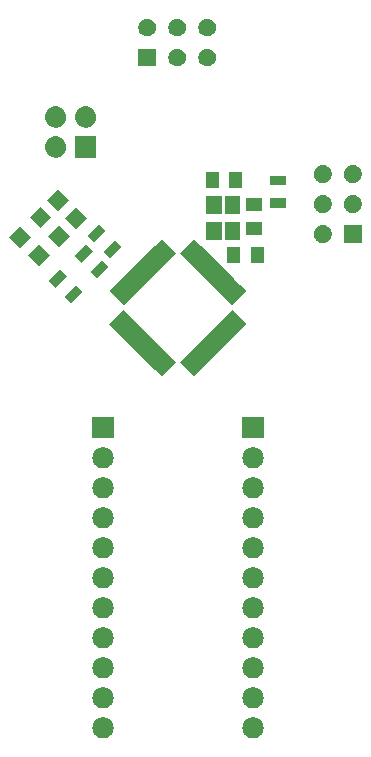
<source format=gts>
G04 #@! TF.GenerationSoftware,KiCad,Pcbnew,5.0.2-bee76a0~70~ubuntu18.04.1*
G04 #@! TF.CreationDate,2019-11-25T00:10:04-05:00*
G04 #@! TF.ProjectId,328_Hacker,3332385f-4861-4636-9b65-722e6b696361,rev?*
G04 #@! TF.SameCoordinates,Original*
G04 #@! TF.FileFunction,Soldermask,Top*
G04 #@! TF.FilePolarity,Negative*
%FSLAX46Y46*%
G04 Gerber Fmt 4.6, Leading zero omitted, Abs format (unit mm)*
G04 Created by KiCad (PCBNEW 5.0.2-bee76a0~70~ubuntu18.04.1) date Mon 25 Nov 2019 12:10:04 AM EST*
%MOMM*%
%LPD*%
G01*
G04 APERTURE LIST*
%ADD10C,0.100000*%
G04 APERTURE END LIST*
D10*
G36*
X76310442Y-85465518D02*
X76376627Y-85472037D01*
X76489853Y-85506384D01*
X76546467Y-85523557D01*
X76685087Y-85597652D01*
X76702991Y-85607222D01*
X76738729Y-85636552D01*
X76840186Y-85719814D01*
X76923448Y-85821271D01*
X76952778Y-85857009D01*
X76952779Y-85857011D01*
X77036443Y-86013533D01*
X77036443Y-86013534D01*
X77087963Y-86183373D01*
X77105359Y-86360000D01*
X77087963Y-86536627D01*
X77053616Y-86649853D01*
X77036443Y-86706467D01*
X76962348Y-86845087D01*
X76952778Y-86862991D01*
X76923448Y-86898729D01*
X76840186Y-87000186D01*
X76738729Y-87083448D01*
X76702991Y-87112778D01*
X76702989Y-87112779D01*
X76546467Y-87196443D01*
X76489853Y-87213616D01*
X76376627Y-87247963D01*
X76310442Y-87254482D01*
X76244260Y-87261000D01*
X76155740Y-87261000D01*
X76089558Y-87254482D01*
X76023373Y-87247963D01*
X75910147Y-87213616D01*
X75853533Y-87196443D01*
X75697011Y-87112779D01*
X75697009Y-87112778D01*
X75661271Y-87083448D01*
X75559814Y-87000186D01*
X75476552Y-86898729D01*
X75447222Y-86862991D01*
X75437652Y-86845087D01*
X75363557Y-86706467D01*
X75346384Y-86649853D01*
X75312037Y-86536627D01*
X75294641Y-86360000D01*
X75312037Y-86183373D01*
X75363557Y-86013534D01*
X75363557Y-86013533D01*
X75447221Y-85857011D01*
X75447222Y-85857009D01*
X75476552Y-85821271D01*
X75559814Y-85719814D01*
X75661271Y-85636552D01*
X75697009Y-85607222D01*
X75714913Y-85597652D01*
X75853533Y-85523557D01*
X75910147Y-85506384D01*
X76023373Y-85472037D01*
X76089558Y-85465518D01*
X76155740Y-85459000D01*
X76244260Y-85459000D01*
X76310442Y-85465518D01*
X76310442Y-85465518D01*
G37*
G36*
X63610442Y-85465518D02*
X63676627Y-85472037D01*
X63789853Y-85506384D01*
X63846467Y-85523557D01*
X63985087Y-85597652D01*
X64002991Y-85607222D01*
X64038729Y-85636552D01*
X64140186Y-85719814D01*
X64223448Y-85821271D01*
X64252778Y-85857009D01*
X64252779Y-85857011D01*
X64336443Y-86013533D01*
X64336443Y-86013534D01*
X64387963Y-86183373D01*
X64405359Y-86360000D01*
X64387963Y-86536627D01*
X64353616Y-86649853D01*
X64336443Y-86706467D01*
X64262348Y-86845087D01*
X64252778Y-86862991D01*
X64223448Y-86898729D01*
X64140186Y-87000186D01*
X64038729Y-87083448D01*
X64002991Y-87112778D01*
X64002989Y-87112779D01*
X63846467Y-87196443D01*
X63789853Y-87213616D01*
X63676627Y-87247963D01*
X63610442Y-87254482D01*
X63544260Y-87261000D01*
X63455740Y-87261000D01*
X63389558Y-87254482D01*
X63323373Y-87247963D01*
X63210147Y-87213616D01*
X63153533Y-87196443D01*
X62997011Y-87112779D01*
X62997009Y-87112778D01*
X62961271Y-87083448D01*
X62859814Y-87000186D01*
X62776552Y-86898729D01*
X62747222Y-86862991D01*
X62737652Y-86845087D01*
X62663557Y-86706467D01*
X62646384Y-86649853D01*
X62612037Y-86536627D01*
X62594641Y-86360000D01*
X62612037Y-86183373D01*
X62663557Y-86013534D01*
X62663557Y-86013533D01*
X62747221Y-85857011D01*
X62747222Y-85857009D01*
X62776552Y-85821271D01*
X62859814Y-85719814D01*
X62961271Y-85636552D01*
X62997009Y-85607222D01*
X63014913Y-85597652D01*
X63153533Y-85523557D01*
X63210147Y-85506384D01*
X63323373Y-85472037D01*
X63389558Y-85465518D01*
X63455740Y-85459000D01*
X63544260Y-85459000D01*
X63610442Y-85465518D01*
X63610442Y-85465518D01*
G37*
G36*
X76310443Y-82925519D02*
X76376627Y-82932037D01*
X76489853Y-82966384D01*
X76546467Y-82983557D01*
X76685087Y-83057652D01*
X76702991Y-83067222D01*
X76738729Y-83096552D01*
X76840186Y-83179814D01*
X76923448Y-83281271D01*
X76952778Y-83317009D01*
X76952779Y-83317011D01*
X77036443Y-83473533D01*
X77036443Y-83473534D01*
X77087963Y-83643373D01*
X77105359Y-83820000D01*
X77087963Y-83996627D01*
X77053616Y-84109853D01*
X77036443Y-84166467D01*
X76962348Y-84305087D01*
X76952778Y-84322991D01*
X76923448Y-84358729D01*
X76840186Y-84460186D01*
X76738729Y-84543448D01*
X76702991Y-84572778D01*
X76702989Y-84572779D01*
X76546467Y-84656443D01*
X76489853Y-84673616D01*
X76376627Y-84707963D01*
X76310443Y-84714481D01*
X76244260Y-84721000D01*
X76155740Y-84721000D01*
X76089557Y-84714481D01*
X76023373Y-84707963D01*
X75910147Y-84673616D01*
X75853533Y-84656443D01*
X75697011Y-84572779D01*
X75697009Y-84572778D01*
X75661271Y-84543448D01*
X75559814Y-84460186D01*
X75476552Y-84358729D01*
X75447222Y-84322991D01*
X75437652Y-84305087D01*
X75363557Y-84166467D01*
X75346384Y-84109853D01*
X75312037Y-83996627D01*
X75294641Y-83820000D01*
X75312037Y-83643373D01*
X75363557Y-83473534D01*
X75363557Y-83473533D01*
X75447221Y-83317011D01*
X75447222Y-83317009D01*
X75476552Y-83281271D01*
X75559814Y-83179814D01*
X75661271Y-83096552D01*
X75697009Y-83067222D01*
X75714913Y-83057652D01*
X75853533Y-82983557D01*
X75910147Y-82966384D01*
X76023373Y-82932037D01*
X76089557Y-82925519D01*
X76155740Y-82919000D01*
X76244260Y-82919000D01*
X76310443Y-82925519D01*
X76310443Y-82925519D01*
G37*
G36*
X63610443Y-82925519D02*
X63676627Y-82932037D01*
X63789853Y-82966384D01*
X63846467Y-82983557D01*
X63985087Y-83057652D01*
X64002991Y-83067222D01*
X64038729Y-83096552D01*
X64140186Y-83179814D01*
X64223448Y-83281271D01*
X64252778Y-83317009D01*
X64252779Y-83317011D01*
X64336443Y-83473533D01*
X64336443Y-83473534D01*
X64387963Y-83643373D01*
X64405359Y-83820000D01*
X64387963Y-83996627D01*
X64353616Y-84109853D01*
X64336443Y-84166467D01*
X64262348Y-84305087D01*
X64252778Y-84322991D01*
X64223448Y-84358729D01*
X64140186Y-84460186D01*
X64038729Y-84543448D01*
X64002991Y-84572778D01*
X64002989Y-84572779D01*
X63846467Y-84656443D01*
X63789853Y-84673616D01*
X63676627Y-84707963D01*
X63610443Y-84714481D01*
X63544260Y-84721000D01*
X63455740Y-84721000D01*
X63389557Y-84714481D01*
X63323373Y-84707963D01*
X63210147Y-84673616D01*
X63153533Y-84656443D01*
X62997011Y-84572779D01*
X62997009Y-84572778D01*
X62961271Y-84543448D01*
X62859814Y-84460186D01*
X62776552Y-84358729D01*
X62747222Y-84322991D01*
X62737652Y-84305087D01*
X62663557Y-84166467D01*
X62646384Y-84109853D01*
X62612037Y-83996627D01*
X62594641Y-83820000D01*
X62612037Y-83643373D01*
X62663557Y-83473534D01*
X62663557Y-83473533D01*
X62747221Y-83317011D01*
X62747222Y-83317009D01*
X62776552Y-83281271D01*
X62859814Y-83179814D01*
X62961271Y-83096552D01*
X62997009Y-83067222D01*
X63014913Y-83057652D01*
X63153533Y-82983557D01*
X63210147Y-82966384D01*
X63323373Y-82932037D01*
X63389557Y-82925519D01*
X63455740Y-82919000D01*
X63544260Y-82919000D01*
X63610443Y-82925519D01*
X63610443Y-82925519D01*
G37*
G36*
X76310442Y-80385518D02*
X76376627Y-80392037D01*
X76489853Y-80426384D01*
X76546467Y-80443557D01*
X76685087Y-80517652D01*
X76702991Y-80527222D01*
X76738729Y-80556552D01*
X76840186Y-80639814D01*
X76923448Y-80741271D01*
X76952778Y-80777009D01*
X76952779Y-80777011D01*
X77036443Y-80933533D01*
X77036443Y-80933534D01*
X77087963Y-81103373D01*
X77105359Y-81280000D01*
X77087963Y-81456627D01*
X77053616Y-81569853D01*
X77036443Y-81626467D01*
X76962348Y-81765087D01*
X76952778Y-81782991D01*
X76923448Y-81818729D01*
X76840186Y-81920186D01*
X76738729Y-82003448D01*
X76702991Y-82032778D01*
X76702989Y-82032779D01*
X76546467Y-82116443D01*
X76489853Y-82133616D01*
X76376627Y-82167963D01*
X76310443Y-82174481D01*
X76244260Y-82181000D01*
X76155740Y-82181000D01*
X76089557Y-82174481D01*
X76023373Y-82167963D01*
X75910147Y-82133616D01*
X75853533Y-82116443D01*
X75697011Y-82032779D01*
X75697009Y-82032778D01*
X75661271Y-82003448D01*
X75559814Y-81920186D01*
X75476552Y-81818729D01*
X75447222Y-81782991D01*
X75437652Y-81765087D01*
X75363557Y-81626467D01*
X75346384Y-81569853D01*
X75312037Y-81456627D01*
X75294641Y-81280000D01*
X75312037Y-81103373D01*
X75363557Y-80933534D01*
X75363557Y-80933533D01*
X75447221Y-80777011D01*
X75447222Y-80777009D01*
X75476552Y-80741271D01*
X75559814Y-80639814D01*
X75661271Y-80556552D01*
X75697009Y-80527222D01*
X75714913Y-80517652D01*
X75853533Y-80443557D01*
X75910147Y-80426384D01*
X76023373Y-80392037D01*
X76089558Y-80385518D01*
X76155740Y-80379000D01*
X76244260Y-80379000D01*
X76310442Y-80385518D01*
X76310442Y-80385518D01*
G37*
G36*
X63610442Y-80385518D02*
X63676627Y-80392037D01*
X63789853Y-80426384D01*
X63846467Y-80443557D01*
X63985087Y-80517652D01*
X64002991Y-80527222D01*
X64038729Y-80556552D01*
X64140186Y-80639814D01*
X64223448Y-80741271D01*
X64252778Y-80777009D01*
X64252779Y-80777011D01*
X64336443Y-80933533D01*
X64336443Y-80933534D01*
X64387963Y-81103373D01*
X64405359Y-81280000D01*
X64387963Y-81456627D01*
X64353616Y-81569853D01*
X64336443Y-81626467D01*
X64262348Y-81765087D01*
X64252778Y-81782991D01*
X64223448Y-81818729D01*
X64140186Y-81920186D01*
X64038729Y-82003448D01*
X64002991Y-82032778D01*
X64002989Y-82032779D01*
X63846467Y-82116443D01*
X63789853Y-82133616D01*
X63676627Y-82167963D01*
X63610443Y-82174481D01*
X63544260Y-82181000D01*
X63455740Y-82181000D01*
X63389557Y-82174481D01*
X63323373Y-82167963D01*
X63210147Y-82133616D01*
X63153533Y-82116443D01*
X62997011Y-82032779D01*
X62997009Y-82032778D01*
X62961271Y-82003448D01*
X62859814Y-81920186D01*
X62776552Y-81818729D01*
X62747222Y-81782991D01*
X62737652Y-81765087D01*
X62663557Y-81626467D01*
X62646384Y-81569853D01*
X62612037Y-81456627D01*
X62594641Y-81280000D01*
X62612037Y-81103373D01*
X62663557Y-80933534D01*
X62663557Y-80933533D01*
X62747221Y-80777011D01*
X62747222Y-80777009D01*
X62776552Y-80741271D01*
X62859814Y-80639814D01*
X62961271Y-80556552D01*
X62997009Y-80527222D01*
X63014913Y-80517652D01*
X63153533Y-80443557D01*
X63210147Y-80426384D01*
X63323373Y-80392037D01*
X63389558Y-80385518D01*
X63455740Y-80379000D01*
X63544260Y-80379000D01*
X63610442Y-80385518D01*
X63610442Y-80385518D01*
G37*
G36*
X63610443Y-77845519D02*
X63676627Y-77852037D01*
X63789853Y-77886384D01*
X63846467Y-77903557D01*
X63985087Y-77977652D01*
X64002991Y-77987222D01*
X64038729Y-78016552D01*
X64140186Y-78099814D01*
X64223448Y-78201271D01*
X64252778Y-78237009D01*
X64252779Y-78237011D01*
X64336443Y-78393533D01*
X64336443Y-78393534D01*
X64387963Y-78563373D01*
X64405359Y-78740000D01*
X64387963Y-78916627D01*
X64353616Y-79029853D01*
X64336443Y-79086467D01*
X64262348Y-79225087D01*
X64252778Y-79242991D01*
X64223448Y-79278729D01*
X64140186Y-79380186D01*
X64038729Y-79463448D01*
X64002991Y-79492778D01*
X64002989Y-79492779D01*
X63846467Y-79576443D01*
X63789853Y-79593616D01*
X63676627Y-79627963D01*
X63610442Y-79634482D01*
X63544260Y-79641000D01*
X63455740Y-79641000D01*
X63389558Y-79634482D01*
X63323373Y-79627963D01*
X63210147Y-79593616D01*
X63153533Y-79576443D01*
X62997011Y-79492779D01*
X62997009Y-79492778D01*
X62961271Y-79463448D01*
X62859814Y-79380186D01*
X62776552Y-79278729D01*
X62747222Y-79242991D01*
X62737652Y-79225087D01*
X62663557Y-79086467D01*
X62646384Y-79029853D01*
X62612037Y-78916627D01*
X62594641Y-78740000D01*
X62612037Y-78563373D01*
X62663557Y-78393534D01*
X62663557Y-78393533D01*
X62747221Y-78237011D01*
X62747222Y-78237009D01*
X62776552Y-78201271D01*
X62859814Y-78099814D01*
X62961271Y-78016552D01*
X62997009Y-77987222D01*
X63014913Y-77977652D01*
X63153533Y-77903557D01*
X63210147Y-77886384D01*
X63323373Y-77852037D01*
X63389557Y-77845519D01*
X63455740Y-77839000D01*
X63544260Y-77839000D01*
X63610443Y-77845519D01*
X63610443Y-77845519D01*
G37*
G36*
X76310443Y-77845519D02*
X76376627Y-77852037D01*
X76489853Y-77886384D01*
X76546467Y-77903557D01*
X76685087Y-77977652D01*
X76702991Y-77987222D01*
X76738729Y-78016552D01*
X76840186Y-78099814D01*
X76923448Y-78201271D01*
X76952778Y-78237009D01*
X76952779Y-78237011D01*
X77036443Y-78393533D01*
X77036443Y-78393534D01*
X77087963Y-78563373D01*
X77105359Y-78740000D01*
X77087963Y-78916627D01*
X77053616Y-79029853D01*
X77036443Y-79086467D01*
X76962348Y-79225087D01*
X76952778Y-79242991D01*
X76923448Y-79278729D01*
X76840186Y-79380186D01*
X76738729Y-79463448D01*
X76702991Y-79492778D01*
X76702989Y-79492779D01*
X76546467Y-79576443D01*
X76489853Y-79593616D01*
X76376627Y-79627963D01*
X76310442Y-79634482D01*
X76244260Y-79641000D01*
X76155740Y-79641000D01*
X76089558Y-79634482D01*
X76023373Y-79627963D01*
X75910147Y-79593616D01*
X75853533Y-79576443D01*
X75697011Y-79492779D01*
X75697009Y-79492778D01*
X75661271Y-79463448D01*
X75559814Y-79380186D01*
X75476552Y-79278729D01*
X75447222Y-79242991D01*
X75437652Y-79225087D01*
X75363557Y-79086467D01*
X75346384Y-79029853D01*
X75312037Y-78916627D01*
X75294641Y-78740000D01*
X75312037Y-78563373D01*
X75363557Y-78393534D01*
X75363557Y-78393533D01*
X75447221Y-78237011D01*
X75447222Y-78237009D01*
X75476552Y-78201271D01*
X75559814Y-78099814D01*
X75661271Y-78016552D01*
X75697009Y-77987222D01*
X75714913Y-77977652D01*
X75853533Y-77903557D01*
X75910147Y-77886384D01*
X76023373Y-77852037D01*
X76089557Y-77845519D01*
X76155740Y-77839000D01*
X76244260Y-77839000D01*
X76310443Y-77845519D01*
X76310443Y-77845519D01*
G37*
G36*
X76310442Y-75305518D02*
X76376627Y-75312037D01*
X76489853Y-75346384D01*
X76546467Y-75363557D01*
X76685087Y-75437652D01*
X76702991Y-75447222D01*
X76738729Y-75476552D01*
X76840186Y-75559814D01*
X76923448Y-75661271D01*
X76952778Y-75697009D01*
X76952779Y-75697011D01*
X77036443Y-75853533D01*
X77036443Y-75853534D01*
X77087963Y-76023373D01*
X77105359Y-76200000D01*
X77087963Y-76376627D01*
X77053616Y-76489853D01*
X77036443Y-76546467D01*
X76962348Y-76685087D01*
X76952778Y-76702991D01*
X76923448Y-76738729D01*
X76840186Y-76840186D01*
X76738729Y-76923448D01*
X76702991Y-76952778D01*
X76702989Y-76952779D01*
X76546467Y-77036443D01*
X76489853Y-77053616D01*
X76376627Y-77087963D01*
X76310442Y-77094482D01*
X76244260Y-77101000D01*
X76155740Y-77101000D01*
X76089558Y-77094482D01*
X76023373Y-77087963D01*
X75910147Y-77053616D01*
X75853533Y-77036443D01*
X75697011Y-76952779D01*
X75697009Y-76952778D01*
X75661271Y-76923448D01*
X75559814Y-76840186D01*
X75476552Y-76738729D01*
X75447222Y-76702991D01*
X75437652Y-76685087D01*
X75363557Y-76546467D01*
X75346384Y-76489853D01*
X75312037Y-76376627D01*
X75294641Y-76200000D01*
X75312037Y-76023373D01*
X75363557Y-75853534D01*
X75363557Y-75853533D01*
X75447221Y-75697011D01*
X75447222Y-75697009D01*
X75476552Y-75661271D01*
X75559814Y-75559814D01*
X75661271Y-75476552D01*
X75697009Y-75447222D01*
X75714913Y-75437652D01*
X75853533Y-75363557D01*
X75910147Y-75346384D01*
X76023373Y-75312037D01*
X76089558Y-75305518D01*
X76155740Y-75299000D01*
X76244260Y-75299000D01*
X76310442Y-75305518D01*
X76310442Y-75305518D01*
G37*
G36*
X63610442Y-75305518D02*
X63676627Y-75312037D01*
X63789853Y-75346384D01*
X63846467Y-75363557D01*
X63985087Y-75437652D01*
X64002991Y-75447222D01*
X64038729Y-75476552D01*
X64140186Y-75559814D01*
X64223448Y-75661271D01*
X64252778Y-75697009D01*
X64252779Y-75697011D01*
X64336443Y-75853533D01*
X64336443Y-75853534D01*
X64387963Y-76023373D01*
X64405359Y-76200000D01*
X64387963Y-76376627D01*
X64353616Y-76489853D01*
X64336443Y-76546467D01*
X64262348Y-76685087D01*
X64252778Y-76702991D01*
X64223448Y-76738729D01*
X64140186Y-76840186D01*
X64038729Y-76923448D01*
X64002991Y-76952778D01*
X64002989Y-76952779D01*
X63846467Y-77036443D01*
X63789853Y-77053616D01*
X63676627Y-77087963D01*
X63610442Y-77094482D01*
X63544260Y-77101000D01*
X63455740Y-77101000D01*
X63389558Y-77094482D01*
X63323373Y-77087963D01*
X63210147Y-77053616D01*
X63153533Y-77036443D01*
X62997011Y-76952779D01*
X62997009Y-76952778D01*
X62961271Y-76923448D01*
X62859814Y-76840186D01*
X62776552Y-76738729D01*
X62747222Y-76702991D01*
X62737652Y-76685087D01*
X62663557Y-76546467D01*
X62646384Y-76489853D01*
X62612037Y-76376627D01*
X62594641Y-76200000D01*
X62612037Y-76023373D01*
X62663557Y-75853534D01*
X62663557Y-75853533D01*
X62747221Y-75697011D01*
X62747222Y-75697009D01*
X62776552Y-75661271D01*
X62859814Y-75559814D01*
X62961271Y-75476552D01*
X62997009Y-75447222D01*
X63014913Y-75437652D01*
X63153533Y-75363557D01*
X63210147Y-75346384D01*
X63323373Y-75312037D01*
X63389558Y-75305518D01*
X63455740Y-75299000D01*
X63544260Y-75299000D01*
X63610442Y-75305518D01*
X63610442Y-75305518D01*
G37*
G36*
X76310442Y-72765518D02*
X76376627Y-72772037D01*
X76489853Y-72806384D01*
X76546467Y-72823557D01*
X76685087Y-72897652D01*
X76702991Y-72907222D01*
X76738729Y-72936552D01*
X76840186Y-73019814D01*
X76923448Y-73121271D01*
X76952778Y-73157009D01*
X76952779Y-73157011D01*
X77036443Y-73313533D01*
X77036443Y-73313534D01*
X77087963Y-73483373D01*
X77105359Y-73660000D01*
X77087963Y-73836627D01*
X77053616Y-73949853D01*
X77036443Y-74006467D01*
X76962348Y-74145087D01*
X76952778Y-74162991D01*
X76923448Y-74198729D01*
X76840186Y-74300186D01*
X76738729Y-74383448D01*
X76702991Y-74412778D01*
X76702989Y-74412779D01*
X76546467Y-74496443D01*
X76489853Y-74513616D01*
X76376627Y-74547963D01*
X76310442Y-74554482D01*
X76244260Y-74561000D01*
X76155740Y-74561000D01*
X76089558Y-74554482D01*
X76023373Y-74547963D01*
X75910147Y-74513616D01*
X75853533Y-74496443D01*
X75697011Y-74412779D01*
X75697009Y-74412778D01*
X75661271Y-74383448D01*
X75559814Y-74300186D01*
X75476552Y-74198729D01*
X75447222Y-74162991D01*
X75437652Y-74145087D01*
X75363557Y-74006467D01*
X75346384Y-73949853D01*
X75312037Y-73836627D01*
X75294641Y-73660000D01*
X75312037Y-73483373D01*
X75363557Y-73313534D01*
X75363557Y-73313533D01*
X75447221Y-73157011D01*
X75447222Y-73157009D01*
X75476552Y-73121271D01*
X75559814Y-73019814D01*
X75661271Y-72936552D01*
X75697009Y-72907222D01*
X75714913Y-72897652D01*
X75853533Y-72823557D01*
X75910147Y-72806384D01*
X76023373Y-72772037D01*
X76089558Y-72765518D01*
X76155740Y-72759000D01*
X76244260Y-72759000D01*
X76310442Y-72765518D01*
X76310442Y-72765518D01*
G37*
G36*
X63610442Y-72765518D02*
X63676627Y-72772037D01*
X63789853Y-72806384D01*
X63846467Y-72823557D01*
X63985087Y-72897652D01*
X64002991Y-72907222D01*
X64038729Y-72936552D01*
X64140186Y-73019814D01*
X64223448Y-73121271D01*
X64252778Y-73157009D01*
X64252779Y-73157011D01*
X64336443Y-73313533D01*
X64336443Y-73313534D01*
X64387963Y-73483373D01*
X64405359Y-73660000D01*
X64387963Y-73836627D01*
X64353616Y-73949853D01*
X64336443Y-74006467D01*
X64262348Y-74145087D01*
X64252778Y-74162991D01*
X64223448Y-74198729D01*
X64140186Y-74300186D01*
X64038729Y-74383448D01*
X64002991Y-74412778D01*
X64002989Y-74412779D01*
X63846467Y-74496443D01*
X63789853Y-74513616D01*
X63676627Y-74547963D01*
X63610442Y-74554482D01*
X63544260Y-74561000D01*
X63455740Y-74561000D01*
X63389558Y-74554482D01*
X63323373Y-74547963D01*
X63210147Y-74513616D01*
X63153533Y-74496443D01*
X62997011Y-74412779D01*
X62997009Y-74412778D01*
X62961271Y-74383448D01*
X62859814Y-74300186D01*
X62776552Y-74198729D01*
X62747222Y-74162991D01*
X62737652Y-74145087D01*
X62663557Y-74006467D01*
X62646384Y-73949853D01*
X62612037Y-73836627D01*
X62594641Y-73660000D01*
X62612037Y-73483373D01*
X62663557Y-73313534D01*
X62663557Y-73313533D01*
X62747221Y-73157011D01*
X62747222Y-73157009D01*
X62776552Y-73121271D01*
X62859814Y-73019814D01*
X62961271Y-72936552D01*
X62997009Y-72907222D01*
X63014913Y-72897652D01*
X63153533Y-72823557D01*
X63210147Y-72806384D01*
X63323373Y-72772037D01*
X63389558Y-72765518D01*
X63455740Y-72759000D01*
X63544260Y-72759000D01*
X63610442Y-72765518D01*
X63610442Y-72765518D01*
G37*
G36*
X63610442Y-70225518D02*
X63676627Y-70232037D01*
X63789853Y-70266384D01*
X63846467Y-70283557D01*
X63985087Y-70357652D01*
X64002991Y-70367222D01*
X64038729Y-70396552D01*
X64140186Y-70479814D01*
X64223448Y-70581271D01*
X64252778Y-70617009D01*
X64252779Y-70617011D01*
X64336443Y-70773533D01*
X64336443Y-70773534D01*
X64387963Y-70943373D01*
X64405359Y-71120000D01*
X64387963Y-71296627D01*
X64353616Y-71409853D01*
X64336443Y-71466467D01*
X64262348Y-71605087D01*
X64252778Y-71622991D01*
X64223448Y-71658729D01*
X64140186Y-71760186D01*
X64038729Y-71843448D01*
X64002991Y-71872778D01*
X64002989Y-71872779D01*
X63846467Y-71956443D01*
X63789853Y-71973616D01*
X63676627Y-72007963D01*
X63610443Y-72014481D01*
X63544260Y-72021000D01*
X63455740Y-72021000D01*
X63389557Y-72014481D01*
X63323373Y-72007963D01*
X63210147Y-71973616D01*
X63153533Y-71956443D01*
X62997011Y-71872779D01*
X62997009Y-71872778D01*
X62961271Y-71843448D01*
X62859814Y-71760186D01*
X62776552Y-71658729D01*
X62747222Y-71622991D01*
X62737652Y-71605087D01*
X62663557Y-71466467D01*
X62646384Y-71409853D01*
X62612037Y-71296627D01*
X62594641Y-71120000D01*
X62612037Y-70943373D01*
X62663557Y-70773534D01*
X62663557Y-70773533D01*
X62747221Y-70617011D01*
X62747222Y-70617009D01*
X62776552Y-70581271D01*
X62859814Y-70479814D01*
X62961271Y-70396552D01*
X62997009Y-70367222D01*
X63014913Y-70357652D01*
X63153533Y-70283557D01*
X63210147Y-70266384D01*
X63323373Y-70232037D01*
X63389558Y-70225518D01*
X63455740Y-70219000D01*
X63544260Y-70219000D01*
X63610442Y-70225518D01*
X63610442Y-70225518D01*
G37*
G36*
X76310442Y-70225518D02*
X76376627Y-70232037D01*
X76489853Y-70266384D01*
X76546467Y-70283557D01*
X76685087Y-70357652D01*
X76702991Y-70367222D01*
X76738729Y-70396552D01*
X76840186Y-70479814D01*
X76923448Y-70581271D01*
X76952778Y-70617009D01*
X76952779Y-70617011D01*
X77036443Y-70773533D01*
X77036443Y-70773534D01*
X77087963Y-70943373D01*
X77105359Y-71120000D01*
X77087963Y-71296627D01*
X77053616Y-71409853D01*
X77036443Y-71466467D01*
X76962348Y-71605087D01*
X76952778Y-71622991D01*
X76923448Y-71658729D01*
X76840186Y-71760186D01*
X76738729Y-71843448D01*
X76702991Y-71872778D01*
X76702989Y-71872779D01*
X76546467Y-71956443D01*
X76489853Y-71973616D01*
X76376627Y-72007963D01*
X76310443Y-72014481D01*
X76244260Y-72021000D01*
X76155740Y-72021000D01*
X76089557Y-72014481D01*
X76023373Y-72007963D01*
X75910147Y-71973616D01*
X75853533Y-71956443D01*
X75697011Y-71872779D01*
X75697009Y-71872778D01*
X75661271Y-71843448D01*
X75559814Y-71760186D01*
X75476552Y-71658729D01*
X75447222Y-71622991D01*
X75437652Y-71605087D01*
X75363557Y-71466467D01*
X75346384Y-71409853D01*
X75312037Y-71296627D01*
X75294641Y-71120000D01*
X75312037Y-70943373D01*
X75363557Y-70773534D01*
X75363557Y-70773533D01*
X75447221Y-70617011D01*
X75447222Y-70617009D01*
X75476552Y-70581271D01*
X75559814Y-70479814D01*
X75661271Y-70396552D01*
X75697009Y-70367222D01*
X75714913Y-70357652D01*
X75853533Y-70283557D01*
X75910147Y-70266384D01*
X76023373Y-70232037D01*
X76089558Y-70225518D01*
X76155740Y-70219000D01*
X76244260Y-70219000D01*
X76310442Y-70225518D01*
X76310442Y-70225518D01*
G37*
G36*
X63610443Y-67685519D02*
X63676627Y-67692037D01*
X63789853Y-67726384D01*
X63846467Y-67743557D01*
X63985087Y-67817652D01*
X64002991Y-67827222D01*
X64038729Y-67856552D01*
X64140186Y-67939814D01*
X64223448Y-68041271D01*
X64252778Y-68077009D01*
X64252779Y-68077011D01*
X64336443Y-68233533D01*
X64336443Y-68233534D01*
X64387963Y-68403373D01*
X64405359Y-68580000D01*
X64387963Y-68756627D01*
X64353616Y-68869853D01*
X64336443Y-68926467D01*
X64262348Y-69065087D01*
X64252778Y-69082991D01*
X64223448Y-69118729D01*
X64140186Y-69220186D01*
X64038729Y-69303448D01*
X64002991Y-69332778D01*
X64002989Y-69332779D01*
X63846467Y-69416443D01*
X63789853Y-69433616D01*
X63676627Y-69467963D01*
X63610442Y-69474482D01*
X63544260Y-69481000D01*
X63455740Y-69481000D01*
X63389558Y-69474482D01*
X63323373Y-69467963D01*
X63210147Y-69433616D01*
X63153533Y-69416443D01*
X62997011Y-69332779D01*
X62997009Y-69332778D01*
X62961271Y-69303448D01*
X62859814Y-69220186D01*
X62776552Y-69118729D01*
X62747222Y-69082991D01*
X62737652Y-69065087D01*
X62663557Y-68926467D01*
X62646384Y-68869853D01*
X62612037Y-68756627D01*
X62594641Y-68580000D01*
X62612037Y-68403373D01*
X62663557Y-68233534D01*
X62663557Y-68233533D01*
X62747221Y-68077011D01*
X62747222Y-68077009D01*
X62776552Y-68041271D01*
X62859814Y-67939814D01*
X62961271Y-67856552D01*
X62997009Y-67827222D01*
X63014913Y-67817652D01*
X63153533Y-67743557D01*
X63210147Y-67726384D01*
X63323373Y-67692037D01*
X63389557Y-67685519D01*
X63455740Y-67679000D01*
X63544260Y-67679000D01*
X63610443Y-67685519D01*
X63610443Y-67685519D01*
G37*
G36*
X76310443Y-67685519D02*
X76376627Y-67692037D01*
X76489853Y-67726384D01*
X76546467Y-67743557D01*
X76685087Y-67817652D01*
X76702991Y-67827222D01*
X76738729Y-67856552D01*
X76840186Y-67939814D01*
X76923448Y-68041271D01*
X76952778Y-68077009D01*
X76952779Y-68077011D01*
X77036443Y-68233533D01*
X77036443Y-68233534D01*
X77087963Y-68403373D01*
X77105359Y-68580000D01*
X77087963Y-68756627D01*
X77053616Y-68869853D01*
X77036443Y-68926467D01*
X76962348Y-69065087D01*
X76952778Y-69082991D01*
X76923448Y-69118729D01*
X76840186Y-69220186D01*
X76738729Y-69303448D01*
X76702991Y-69332778D01*
X76702989Y-69332779D01*
X76546467Y-69416443D01*
X76489853Y-69433616D01*
X76376627Y-69467963D01*
X76310442Y-69474482D01*
X76244260Y-69481000D01*
X76155740Y-69481000D01*
X76089558Y-69474482D01*
X76023373Y-69467963D01*
X75910147Y-69433616D01*
X75853533Y-69416443D01*
X75697011Y-69332779D01*
X75697009Y-69332778D01*
X75661271Y-69303448D01*
X75559814Y-69220186D01*
X75476552Y-69118729D01*
X75447222Y-69082991D01*
X75437652Y-69065087D01*
X75363557Y-68926467D01*
X75346384Y-68869853D01*
X75312037Y-68756627D01*
X75294641Y-68580000D01*
X75312037Y-68403373D01*
X75363557Y-68233534D01*
X75363557Y-68233533D01*
X75447221Y-68077011D01*
X75447222Y-68077009D01*
X75476552Y-68041271D01*
X75559814Y-67939814D01*
X75661271Y-67856552D01*
X75697009Y-67827222D01*
X75714913Y-67817652D01*
X75853533Y-67743557D01*
X75910147Y-67726384D01*
X76023373Y-67692037D01*
X76089557Y-67685519D01*
X76155740Y-67679000D01*
X76244260Y-67679000D01*
X76310443Y-67685519D01*
X76310443Y-67685519D01*
G37*
G36*
X76310442Y-65145518D02*
X76376627Y-65152037D01*
X76489853Y-65186384D01*
X76546467Y-65203557D01*
X76685087Y-65277652D01*
X76702991Y-65287222D01*
X76738729Y-65316552D01*
X76840186Y-65399814D01*
X76923448Y-65501271D01*
X76952778Y-65537009D01*
X76952779Y-65537011D01*
X77036443Y-65693533D01*
X77036443Y-65693534D01*
X77087963Y-65863373D01*
X77105359Y-66040000D01*
X77087963Y-66216627D01*
X77053616Y-66329853D01*
X77036443Y-66386467D01*
X76962348Y-66525087D01*
X76952778Y-66542991D01*
X76923448Y-66578729D01*
X76840186Y-66680186D01*
X76738729Y-66763448D01*
X76702991Y-66792778D01*
X76702989Y-66792779D01*
X76546467Y-66876443D01*
X76489853Y-66893616D01*
X76376627Y-66927963D01*
X76310442Y-66934482D01*
X76244260Y-66941000D01*
X76155740Y-66941000D01*
X76089558Y-66934482D01*
X76023373Y-66927963D01*
X75910147Y-66893616D01*
X75853533Y-66876443D01*
X75697011Y-66792779D01*
X75697009Y-66792778D01*
X75661271Y-66763448D01*
X75559814Y-66680186D01*
X75476552Y-66578729D01*
X75447222Y-66542991D01*
X75437652Y-66525087D01*
X75363557Y-66386467D01*
X75346384Y-66329853D01*
X75312037Y-66216627D01*
X75294641Y-66040000D01*
X75312037Y-65863373D01*
X75363557Y-65693534D01*
X75363557Y-65693533D01*
X75447221Y-65537011D01*
X75447222Y-65537009D01*
X75476552Y-65501271D01*
X75559814Y-65399814D01*
X75661271Y-65316552D01*
X75697009Y-65287222D01*
X75714913Y-65277652D01*
X75853533Y-65203557D01*
X75910147Y-65186384D01*
X76023373Y-65152037D01*
X76089558Y-65145518D01*
X76155740Y-65139000D01*
X76244260Y-65139000D01*
X76310442Y-65145518D01*
X76310442Y-65145518D01*
G37*
G36*
X63610442Y-65145518D02*
X63676627Y-65152037D01*
X63789853Y-65186384D01*
X63846467Y-65203557D01*
X63985087Y-65277652D01*
X64002991Y-65287222D01*
X64038729Y-65316552D01*
X64140186Y-65399814D01*
X64223448Y-65501271D01*
X64252778Y-65537009D01*
X64252779Y-65537011D01*
X64336443Y-65693533D01*
X64336443Y-65693534D01*
X64387963Y-65863373D01*
X64405359Y-66040000D01*
X64387963Y-66216627D01*
X64353616Y-66329853D01*
X64336443Y-66386467D01*
X64262348Y-66525087D01*
X64252778Y-66542991D01*
X64223448Y-66578729D01*
X64140186Y-66680186D01*
X64038729Y-66763448D01*
X64002991Y-66792778D01*
X64002989Y-66792779D01*
X63846467Y-66876443D01*
X63789853Y-66893616D01*
X63676627Y-66927963D01*
X63610442Y-66934482D01*
X63544260Y-66941000D01*
X63455740Y-66941000D01*
X63389558Y-66934482D01*
X63323373Y-66927963D01*
X63210147Y-66893616D01*
X63153533Y-66876443D01*
X62997011Y-66792779D01*
X62997009Y-66792778D01*
X62961271Y-66763448D01*
X62859814Y-66680186D01*
X62776552Y-66578729D01*
X62747222Y-66542991D01*
X62737652Y-66525087D01*
X62663557Y-66386467D01*
X62646384Y-66329853D01*
X62612037Y-66216627D01*
X62594641Y-66040000D01*
X62612037Y-65863373D01*
X62663557Y-65693534D01*
X62663557Y-65693533D01*
X62747221Y-65537011D01*
X62747222Y-65537009D01*
X62776552Y-65501271D01*
X62859814Y-65399814D01*
X62961271Y-65316552D01*
X62997009Y-65287222D01*
X63014913Y-65277652D01*
X63153533Y-65203557D01*
X63210147Y-65186384D01*
X63323373Y-65152037D01*
X63389558Y-65145518D01*
X63455740Y-65139000D01*
X63544260Y-65139000D01*
X63610442Y-65145518D01*
X63610442Y-65145518D01*
G37*
G36*
X76310442Y-62605518D02*
X76376627Y-62612037D01*
X76489853Y-62646384D01*
X76546467Y-62663557D01*
X76685087Y-62737652D01*
X76702991Y-62747222D01*
X76738729Y-62776552D01*
X76840186Y-62859814D01*
X76923448Y-62961271D01*
X76952778Y-62997009D01*
X76952779Y-62997011D01*
X77036443Y-63153533D01*
X77036443Y-63153534D01*
X77087963Y-63323373D01*
X77105359Y-63500000D01*
X77087963Y-63676627D01*
X77053616Y-63789853D01*
X77036443Y-63846467D01*
X76962348Y-63985087D01*
X76952778Y-64002991D01*
X76923448Y-64038729D01*
X76840186Y-64140186D01*
X76738729Y-64223448D01*
X76702991Y-64252778D01*
X76702989Y-64252779D01*
X76546467Y-64336443D01*
X76489853Y-64353616D01*
X76376627Y-64387963D01*
X76310442Y-64394482D01*
X76244260Y-64401000D01*
X76155740Y-64401000D01*
X76089558Y-64394482D01*
X76023373Y-64387963D01*
X75910147Y-64353616D01*
X75853533Y-64336443D01*
X75697011Y-64252779D01*
X75697009Y-64252778D01*
X75661271Y-64223448D01*
X75559814Y-64140186D01*
X75476552Y-64038729D01*
X75447222Y-64002991D01*
X75437652Y-63985087D01*
X75363557Y-63846467D01*
X75346384Y-63789853D01*
X75312037Y-63676627D01*
X75294641Y-63500000D01*
X75312037Y-63323373D01*
X75363557Y-63153534D01*
X75363557Y-63153533D01*
X75447221Y-62997011D01*
X75447222Y-62997009D01*
X75476552Y-62961271D01*
X75559814Y-62859814D01*
X75661271Y-62776552D01*
X75697009Y-62747222D01*
X75714913Y-62737652D01*
X75853533Y-62663557D01*
X75910147Y-62646384D01*
X76023373Y-62612037D01*
X76089558Y-62605518D01*
X76155740Y-62599000D01*
X76244260Y-62599000D01*
X76310442Y-62605518D01*
X76310442Y-62605518D01*
G37*
G36*
X63610442Y-62605518D02*
X63676627Y-62612037D01*
X63789853Y-62646384D01*
X63846467Y-62663557D01*
X63985087Y-62737652D01*
X64002991Y-62747222D01*
X64038729Y-62776552D01*
X64140186Y-62859814D01*
X64223448Y-62961271D01*
X64252778Y-62997009D01*
X64252779Y-62997011D01*
X64336443Y-63153533D01*
X64336443Y-63153534D01*
X64387963Y-63323373D01*
X64405359Y-63500000D01*
X64387963Y-63676627D01*
X64353616Y-63789853D01*
X64336443Y-63846467D01*
X64262348Y-63985087D01*
X64252778Y-64002991D01*
X64223448Y-64038729D01*
X64140186Y-64140186D01*
X64038729Y-64223448D01*
X64002991Y-64252778D01*
X64002989Y-64252779D01*
X63846467Y-64336443D01*
X63789853Y-64353616D01*
X63676627Y-64387963D01*
X63610442Y-64394482D01*
X63544260Y-64401000D01*
X63455740Y-64401000D01*
X63389558Y-64394482D01*
X63323373Y-64387963D01*
X63210147Y-64353616D01*
X63153533Y-64336443D01*
X62997011Y-64252779D01*
X62997009Y-64252778D01*
X62961271Y-64223448D01*
X62859814Y-64140186D01*
X62776552Y-64038729D01*
X62747222Y-64002991D01*
X62737652Y-63985087D01*
X62663557Y-63846467D01*
X62646384Y-63789853D01*
X62612037Y-63676627D01*
X62594641Y-63500000D01*
X62612037Y-63323373D01*
X62663557Y-63153534D01*
X62663557Y-63153533D01*
X62747221Y-62997011D01*
X62747222Y-62997009D01*
X62776552Y-62961271D01*
X62859814Y-62859814D01*
X62961271Y-62776552D01*
X62997009Y-62747222D01*
X63014913Y-62737652D01*
X63153533Y-62663557D01*
X63210147Y-62646384D01*
X63323373Y-62612037D01*
X63389558Y-62605518D01*
X63455740Y-62599000D01*
X63544260Y-62599000D01*
X63610442Y-62605518D01*
X63610442Y-62605518D01*
G37*
G36*
X64401000Y-61861000D02*
X62599000Y-61861000D01*
X62599000Y-60059000D01*
X64401000Y-60059000D01*
X64401000Y-61861000D01*
X64401000Y-61861000D01*
G37*
G36*
X77101000Y-61861000D02*
X75299000Y-61861000D01*
X75299000Y-60059000D01*
X77101000Y-60059000D01*
X77101000Y-61861000D01*
X77101000Y-61861000D01*
G37*
G36*
X75667368Y-52196536D02*
X71246536Y-56617368D01*
X70043040Y-55413872D01*
X70504074Y-54952838D01*
X70520338Y-54936575D01*
X70520347Y-54936564D01*
X71158137Y-54298774D01*
X71158148Y-54298765D01*
X71174411Y-54282501D01*
X73332501Y-52124411D01*
X73348765Y-52108148D01*
X73348774Y-52108137D01*
X73986564Y-51470347D01*
X73986575Y-51470338D01*
X74002838Y-51454074D01*
X74463872Y-50993040D01*
X75667368Y-52196536D01*
X75667368Y-52196536D01*
G37*
G36*
X65713426Y-51470338D02*
X65713432Y-51470343D01*
X66351231Y-52108142D01*
X66351236Y-52108148D01*
X68541853Y-54298765D01*
X68541859Y-54298770D01*
X69179658Y-54936569D01*
X69179663Y-54936575D01*
X69656960Y-55413872D01*
X68453464Y-56617368D01*
X67904048Y-56067952D01*
X67904043Y-56067946D01*
X67410482Y-55574385D01*
X67410476Y-55574380D01*
X65075621Y-53239525D01*
X65075616Y-53239519D01*
X64582055Y-52745958D01*
X64582049Y-52745953D01*
X64032632Y-52196536D01*
X65236128Y-50993040D01*
X65713426Y-51470338D01*
X65713426Y-51470338D01*
G37*
G36*
X69656960Y-46186128D02*
X69179663Y-46663426D01*
X68541853Y-47301236D01*
X67976167Y-47866921D01*
X66844796Y-48998292D01*
X66351236Y-49491853D01*
X65713426Y-50129663D01*
X65236128Y-50606960D01*
X64032632Y-49403464D01*
X64582044Y-48854052D01*
X64582055Y-48854043D01*
X64598319Y-48837780D01*
X64598318Y-48837779D01*
X65059352Y-48376745D01*
X65059353Y-48376746D01*
X65075616Y-48360482D01*
X65075625Y-48360471D01*
X67410471Y-46025625D01*
X67410482Y-46025616D01*
X67426746Y-46009353D01*
X67426745Y-46009352D01*
X67887779Y-45548318D01*
X67887780Y-45548319D01*
X67904043Y-45532055D01*
X67904052Y-45532044D01*
X68453464Y-44982632D01*
X69656960Y-46186128D01*
X69656960Y-46186128D01*
G37*
G36*
X71795953Y-45532049D02*
X71795958Y-45532055D01*
X72289519Y-46025616D01*
X72289525Y-46025621D01*
X74624380Y-48360476D01*
X74624385Y-48360482D01*
X75117946Y-48854043D01*
X75117952Y-48854048D01*
X75667368Y-49403464D01*
X74463872Y-50606960D01*
X73986575Y-50129663D01*
X73986569Y-50129658D01*
X73348770Y-49491859D01*
X73348765Y-49491853D01*
X71158148Y-47301236D01*
X71158142Y-47301231D01*
X70520343Y-46663432D01*
X70520338Y-46663426D01*
X70043040Y-46186128D01*
X71246536Y-44982632D01*
X71795953Y-45532049D01*
X71795953Y-45532049D01*
G37*
G36*
X61801383Y-49443519D02*
X60810019Y-50434883D01*
X60242919Y-49867783D01*
X61234283Y-48876419D01*
X61801383Y-49443519D01*
X61801383Y-49443519D01*
G37*
G36*
X60457881Y-48100017D02*
X59466517Y-49091381D01*
X58899417Y-48524281D01*
X59890781Y-47532917D01*
X60457881Y-48100017D01*
X60457881Y-48100017D01*
G37*
G36*
X64011183Y-47322619D02*
X63019819Y-48313983D01*
X62452719Y-47746883D01*
X63444083Y-46755519D01*
X64011183Y-47322619D01*
X64011183Y-47322619D01*
G37*
G36*
X58975471Y-46345417D02*
X58054817Y-47266071D01*
X57134163Y-46345417D01*
X58054817Y-45424763D01*
X58975471Y-46345417D01*
X58975471Y-46345417D01*
G37*
G36*
X77116000Y-46995440D02*
X76014000Y-46995440D01*
X76014000Y-45643440D01*
X77116000Y-45643440D01*
X77116000Y-46995440D01*
X77116000Y-46995440D01*
G37*
G36*
X75116000Y-46995440D02*
X74014000Y-46995440D01*
X74014000Y-45643440D01*
X75116000Y-45643440D01*
X75116000Y-46995440D01*
X75116000Y-46995440D01*
G37*
G36*
X62667681Y-45979117D02*
X61676317Y-46970481D01*
X61109217Y-46403381D01*
X62100581Y-45412017D01*
X62667681Y-45979117D01*
X62667681Y-45979117D01*
G37*
G36*
X65052583Y-45620819D02*
X64061219Y-46612183D01*
X63494119Y-46045083D01*
X64485483Y-45053719D01*
X65052583Y-45620819D01*
X65052583Y-45620819D01*
G37*
G36*
X57419837Y-44789783D02*
X56499183Y-45710437D01*
X55578529Y-44789783D01*
X56499183Y-43869129D01*
X57419837Y-44789783D01*
X57419837Y-44789783D01*
G37*
G36*
X60677271Y-44707117D02*
X59756617Y-45627771D01*
X58835963Y-44707117D01*
X59756617Y-43786463D01*
X60677271Y-44707117D01*
X60677271Y-44707117D01*
G37*
G36*
X85404120Y-45307680D02*
X83902120Y-45307680D01*
X83902120Y-43805680D01*
X85404120Y-43805680D01*
X85404120Y-45307680D01*
X85404120Y-45307680D01*
G37*
G36*
X82245124Y-43817224D02*
X82332179Y-43834540D01*
X82468852Y-43891152D01*
X82468853Y-43891153D01*
X82591858Y-43973342D01*
X82696458Y-44077942D01*
X82696460Y-44077945D01*
X82778648Y-44200948D01*
X82835260Y-44337621D01*
X82864120Y-44482713D01*
X82864120Y-44630647D01*
X82835260Y-44775739D01*
X82778648Y-44912412D01*
X82778647Y-44912413D01*
X82696458Y-45035418D01*
X82591858Y-45140018D01*
X82591855Y-45140020D01*
X82468852Y-45222208D01*
X82332179Y-45278820D01*
X82245124Y-45296136D01*
X82187089Y-45307680D01*
X82039151Y-45307680D01*
X81981116Y-45296136D01*
X81894061Y-45278820D01*
X81757388Y-45222208D01*
X81634385Y-45140020D01*
X81634382Y-45140018D01*
X81529782Y-45035418D01*
X81447593Y-44912413D01*
X81447592Y-44912412D01*
X81390980Y-44775739D01*
X81362120Y-44630647D01*
X81362120Y-44482713D01*
X81390980Y-44337621D01*
X81447592Y-44200948D01*
X81529780Y-44077945D01*
X81529782Y-44077942D01*
X81634382Y-43973342D01*
X81757387Y-43891153D01*
X81757388Y-43891152D01*
X81894061Y-43834540D01*
X81981116Y-43817224D01*
X82039151Y-43805680D01*
X82187089Y-43805680D01*
X82245124Y-43817224D01*
X82245124Y-43817224D01*
G37*
G36*
X63709081Y-44277317D02*
X62717717Y-45268681D01*
X62150617Y-44701581D01*
X63141981Y-43710217D01*
X63709081Y-44277317D01*
X63709081Y-44277317D01*
G37*
G36*
X73538940Y-45031000D02*
X72236940Y-45031000D01*
X72236940Y-43529000D01*
X73538940Y-43529000D01*
X73538940Y-45031000D01*
X73538940Y-45031000D01*
G37*
G36*
X75138940Y-45031000D02*
X73836940Y-45031000D01*
X73836940Y-43529000D01*
X75138940Y-43529000D01*
X75138940Y-45031000D01*
X75138940Y-45031000D01*
G37*
G36*
X76997920Y-44626860D02*
X75645920Y-44626860D01*
X75645920Y-43524860D01*
X76997920Y-43524860D01*
X76997920Y-44626860D01*
X76997920Y-44626860D01*
G37*
G36*
X62160054Y-43230800D02*
X61239400Y-44151454D01*
X60318746Y-43230800D01*
X61239400Y-42310146D01*
X62160054Y-43230800D01*
X62160054Y-43230800D01*
G37*
G36*
X59121637Y-43151483D02*
X58200983Y-44072137D01*
X57280329Y-43151483D01*
X58200983Y-42230829D01*
X59121637Y-43151483D01*
X59121637Y-43151483D01*
G37*
G36*
X73538940Y-42831000D02*
X72236940Y-42831000D01*
X72236940Y-41329000D01*
X73538940Y-41329000D01*
X73538940Y-42831000D01*
X73538940Y-42831000D01*
G37*
G36*
X75138940Y-42831000D02*
X73836940Y-42831000D01*
X73836940Y-41329000D01*
X75138940Y-41329000D01*
X75138940Y-42831000D01*
X75138940Y-42831000D01*
G37*
G36*
X84785124Y-41277224D02*
X84872179Y-41294540D01*
X85008852Y-41351152D01*
X85008853Y-41351153D01*
X85131858Y-41433342D01*
X85236458Y-41537942D01*
X85236460Y-41537945D01*
X85318648Y-41660948D01*
X85375260Y-41797621D01*
X85404120Y-41942713D01*
X85404120Y-42090647D01*
X85375260Y-42235739D01*
X85318648Y-42372412D01*
X85318647Y-42372413D01*
X85236458Y-42495418D01*
X85131858Y-42600018D01*
X85131855Y-42600020D01*
X85008852Y-42682208D01*
X84872179Y-42738820D01*
X84785124Y-42756136D01*
X84727089Y-42767680D01*
X84579151Y-42767680D01*
X84521116Y-42756136D01*
X84434061Y-42738820D01*
X84297388Y-42682208D01*
X84174385Y-42600020D01*
X84174382Y-42600018D01*
X84069782Y-42495418D01*
X83987593Y-42372413D01*
X83987592Y-42372412D01*
X83930980Y-42235739D01*
X83902120Y-42090647D01*
X83902120Y-41942713D01*
X83930980Y-41797621D01*
X83987592Y-41660948D01*
X84069780Y-41537945D01*
X84069782Y-41537942D01*
X84174382Y-41433342D01*
X84297387Y-41351153D01*
X84297388Y-41351152D01*
X84434061Y-41294540D01*
X84521116Y-41277224D01*
X84579151Y-41265680D01*
X84727089Y-41265680D01*
X84785124Y-41277224D01*
X84785124Y-41277224D01*
G37*
G36*
X82245124Y-41277224D02*
X82332179Y-41294540D01*
X82468852Y-41351152D01*
X82468853Y-41351153D01*
X82591858Y-41433342D01*
X82696458Y-41537942D01*
X82696460Y-41537945D01*
X82778648Y-41660948D01*
X82835260Y-41797621D01*
X82864120Y-41942713D01*
X82864120Y-42090647D01*
X82835260Y-42235739D01*
X82778648Y-42372412D01*
X82778647Y-42372413D01*
X82696458Y-42495418D01*
X82591858Y-42600018D01*
X82591855Y-42600020D01*
X82468852Y-42682208D01*
X82332179Y-42738820D01*
X82245124Y-42756136D01*
X82187089Y-42767680D01*
X82039151Y-42767680D01*
X81981116Y-42756136D01*
X81894061Y-42738820D01*
X81757388Y-42682208D01*
X81634385Y-42600020D01*
X81634382Y-42600018D01*
X81529782Y-42495418D01*
X81447593Y-42372413D01*
X81447592Y-42372412D01*
X81390980Y-42235739D01*
X81362120Y-42090647D01*
X81362120Y-41942713D01*
X81390980Y-41797621D01*
X81447592Y-41660948D01*
X81529780Y-41537945D01*
X81529782Y-41537942D01*
X81634382Y-41433342D01*
X81757387Y-41351153D01*
X81757388Y-41351152D01*
X81894061Y-41294540D01*
X81981116Y-41277224D01*
X82039151Y-41265680D01*
X82187089Y-41265680D01*
X82245124Y-41277224D01*
X82245124Y-41277224D01*
G37*
G36*
X76997920Y-42626860D02*
X75645920Y-42626860D01*
X75645920Y-41524860D01*
X76997920Y-41524860D01*
X76997920Y-42626860D01*
X76997920Y-42626860D01*
G37*
G36*
X60604420Y-41675166D02*
X59683766Y-42595820D01*
X58763112Y-41675166D01*
X59683766Y-40754512D01*
X60604420Y-41675166D01*
X60604420Y-41675166D01*
G37*
G36*
X79011740Y-42323740D02*
X77609740Y-42323740D01*
X77609740Y-41521740D01*
X79011740Y-41521740D01*
X79011740Y-42323740D01*
X79011740Y-42323740D01*
G37*
G36*
X73302440Y-40637820D02*
X72200440Y-40637820D01*
X72200440Y-39285820D01*
X73302440Y-39285820D01*
X73302440Y-40637820D01*
X73302440Y-40637820D01*
G37*
G36*
X75302440Y-40637820D02*
X74200440Y-40637820D01*
X74200440Y-39285820D01*
X75302440Y-39285820D01*
X75302440Y-40637820D01*
X75302440Y-40637820D01*
G37*
G36*
X79011740Y-40423740D02*
X77609740Y-40423740D01*
X77609740Y-39621740D01*
X79011740Y-39621740D01*
X79011740Y-40423740D01*
X79011740Y-40423740D01*
G37*
G36*
X82245124Y-38737224D02*
X82332179Y-38754540D01*
X82468852Y-38811152D01*
X82468853Y-38811153D01*
X82591858Y-38893342D01*
X82696458Y-38997942D01*
X82696460Y-38997945D01*
X82778648Y-39120948D01*
X82835260Y-39257621D01*
X82864120Y-39402713D01*
X82864120Y-39550647D01*
X82835260Y-39695739D01*
X82778648Y-39832412D01*
X82778647Y-39832413D01*
X82696458Y-39955418D01*
X82591858Y-40060018D01*
X82591855Y-40060020D01*
X82468852Y-40142208D01*
X82332179Y-40198820D01*
X82245124Y-40216136D01*
X82187089Y-40227680D01*
X82039151Y-40227680D01*
X81981116Y-40216136D01*
X81894061Y-40198820D01*
X81757388Y-40142208D01*
X81634385Y-40060020D01*
X81634382Y-40060018D01*
X81529782Y-39955418D01*
X81447593Y-39832413D01*
X81447592Y-39832412D01*
X81390980Y-39695739D01*
X81362120Y-39550647D01*
X81362120Y-39402713D01*
X81390980Y-39257621D01*
X81447592Y-39120948D01*
X81529780Y-38997945D01*
X81529782Y-38997942D01*
X81634382Y-38893342D01*
X81757387Y-38811153D01*
X81757388Y-38811152D01*
X81894061Y-38754540D01*
X81981116Y-38737224D01*
X82039151Y-38725680D01*
X82187089Y-38725680D01*
X82245124Y-38737224D01*
X82245124Y-38737224D01*
G37*
G36*
X84785124Y-38737224D02*
X84872179Y-38754540D01*
X85008852Y-38811152D01*
X85008853Y-38811153D01*
X85131858Y-38893342D01*
X85236458Y-38997942D01*
X85236460Y-38997945D01*
X85318648Y-39120948D01*
X85375260Y-39257621D01*
X85404120Y-39402713D01*
X85404120Y-39550647D01*
X85375260Y-39695739D01*
X85318648Y-39832412D01*
X85318647Y-39832413D01*
X85236458Y-39955418D01*
X85131858Y-40060018D01*
X85131855Y-40060020D01*
X85008852Y-40142208D01*
X84872179Y-40198820D01*
X84785124Y-40216136D01*
X84727089Y-40227680D01*
X84579151Y-40227680D01*
X84521116Y-40216136D01*
X84434061Y-40198820D01*
X84297388Y-40142208D01*
X84174385Y-40060020D01*
X84174382Y-40060018D01*
X84069782Y-39955418D01*
X83987593Y-39832413D01*
X83987592Y-39832412D01*
X83930980Y-39695739D01*
X83902120Y-39550647D01*
X83902120Y-39402713D01*
X83930980Y-39257621D01*
X83987592Y-39120948D01*
X84069780Y-38997945D01*
X84069782Y-38997942D01*
X84174382Y-38893342D01*
X84297387Y-38811153D01*
X84297388Y-38811152D01*
X84434061Y-38754540D01*
X84521116Y-38737224D01*
X84579151Y-38725680D01*
X84727089Y-38725680D01*
X84785124Y-38737224D01*
X84785124Y-38737224D01*
G37*
G36*
X59597242Y-36291118D02*
X59663427Y-36297637D01*
X59776653Y-36331984D01*
X59833267Y-36349157D01*
X59971887Y-36423252D01*
X59989791Y-36432822D01*
X60025529Y-36462152D01*
X60126986Y-36545414D01*
X60210248Y-36646871D01*
X60239578Y-36682609D01*
X60239579Y-36682611D01*
X60323243Y-36839133D01*
X60323243Y-36839134D01*
X60374763Y-37008973D01*
X60392159Y-37185600D01*
X60374763Y-37362227D01*
X60340416Y-37475453D01*
X60323243Y-37532067D01*
X60249148Y-37670687D01*
X60239578Y-37688591D01*
X60210248Y-37724329D01*
X60126986Y-37825786D01*
X60025529Y-37909048D01*
X59989791Y-37938378D01*
X59989789Y-37938379D01*
X59833267Y-38022043D01*
X59776653Y-38039216D01*
X59663427Y-38073563D01*
X59597242Y-38080082D01*
X59531060Y-38086600D01*
X59442540Y-38086600D01*
X59376358Y-38080082D01*
X59310173Y-38073563D01*
X59196947Y-38039216D01*
X59140333Y-38022043D01*
X58983811Y-37938379D01*
X58983809Y-37938378D01*
X58948071Y-37909048D01*
X58846614Y-37825786D01*
X58763352Y-37724329D01*
X58734022Y-37688591D01*
X58724452Y-37670687D01*
X58650357Y-37532067D01*
X58633184Y-37475453D01*
X58598837Y-37362227D01*
X58581441Y-37185600D01*
X58598837Y-37008973D01*
X58650357Y-36839134D01*
X58650357Y-36839133D01*
X58734021Y-36682611D01*
X58734022Y-36682609D01*
X58763352Y-36646871D01*
X58846614Y-36545414D01*
X58948071Y-36462152D01*
X58983809Y-36432822D01*
X59001713Y-36423252D01*
X59140333Y-36349157D01*
X59196947Y-36331984D01*
X59310173Y-36297637D01*
X59376358Y-36291118D01*
X59442540Y-36284600D01*
X59531060Y-36284600D01*
X59597242Y-36291118D01*
X59597242Y-36291118D01*
G37*
G36*
X62927800Y-38086600D02*
X61125800Y-38086600D01*
X61125800Y-36284600D01*
X62927800Y-36284600D01*
X62927800Y-38086600D01*
X62927800Y-38086600D01*
G37*
G36*
X59597242Y-33751118D02*
X59663427Y-33757637D01*
X59776653Y-33791984D01*
X59833267Y-33809157D01*
X59971887Y-33883252D01*
X59989791Y-33892822D01*
X60025529Y-33922152D01*
X60126986Y-34005414D01*
X60210248Y-34106871D01*
X60239578Y-34142609D01*
X60239579Y-34142611D01*
X60323243Y-34299133D01*
X60323243Y-34299134D01*
X60374763Y-34468973D01*
X60392159Y-34645600D01*
X60374763Y-34822227D01*
X60340416Y-34935453D01*
X60323243Y-34992067D01*
X60249148Y-35130687D01*
X60239578Y-35148591D01*
X60210248Y-35184329D01*
X60126986Y-35285786D01*
X60025529Y-35369048D01*
X59989791Y-35398378D01*
X59989789Y-35398379D01*
X59833267Y-35482043D01*
X59776653Y-35499216D01*
X59663427Y-35533563D01*
X59597243Y-35540081D01*
X59531060Y-35546600D01*
X59442540Y-35546600D01*
X59376357Y-35540081D01*
X59310173Y-35533563D01*
X59196947Y-35499216D01*
X59140333Y-35482043D01*
X58983811Y-35398379D01*
X58983809Y-35398378D01*
X58948071Y-35369048D01*
X58846614Y-35285786D01*
X58763352Y-35184329D01*
X58734022Y-35148591D01*
X58724452Y-35130687D01*
X58650357Y-34992067D01*
X58633184Y-34935453D01*
X58598837Y-34822227D01*
X58581441Y-34645600D01*
X58598837Y-34468973D01*
X58650357Y-34299134D01*
X58650357Y-34299133D01*
X58734021Y-34142611D01*
X58734022Y-34142609D01*
X58763352Y-34106871D01*
X58846614Y-34005414D01*
X58948071Y-33922152D01*
X58983809Y-33892822D01*
X59001713Y-33883252D01*
X59140333Y-33809157D01*
X59196947Y-33791984D01*
X59310173Y-33757637D01*
X59376358Y-33751118D01*
X59442540Y-33744600D01*
X59531060Y-33744600D01*
X59597242Y-33751118D01*
X59597242Y-33751118D01*
G37*
G36*
X62137242Y-33751118D02*
X62203427Y-33757637D01*
X62316653Y-33791984D01*
X62373267Y-33809157D01*
X62511887Y-33883252D01*
X62529791Y-33892822D01*
X62565529Y-33922152D01*
X62666986Y-34005414D01*
X62750248Y-34106871D01*
X62779578Y-34142609D01*
X62779579Y-34142611D01*
X62863243Y-34299133D01*
X62863243Y-34299134D01*
X62914763Y-34468973D01*
X62932159Y-34645600D01*
X62914763Y-34822227D01*
X62880416Y-34935453D01*
X62863243Y-34992067D01*
X62789148Y-35130687D01*
X62779578Y-35148591D01*
X62750248Y-35184329D01*
X62666986Y-35285786D01*
X62565529Y-35369048D01*
X62529791Y-35398378D01*
X62529789Y-35398379D01*
X62373267Y-35482043D01*
X62316653Y-35499216D01*
X62203427Y-35533563D01*
X62137243Y-35540081D01*
X62071060Y-35546600D01*
X61982540Y-35546600D01*
X61916357Y-35540081D01*
X61850173Y-35533563D01*
X61736947Y-35499216D01*
X61680333Y-35482043D01*
X61523811Y-35398379D01*
X61523809Y-35398378D01*
X61488071Y-35369048D01*
X61386614Y-35285786D01*
X61303352Y-35184329D01*
X61274022Y-35148591D01*
X61264452Y-35130687D01*
X61190357Y-34992067D01*
X61173184Y-34935453D01*
X61138837Y-34822227D01*
X61121441Y-34645600D01*
X61138837Y-34468973D01*
X61190357Y-34299134D01*
X61190357Y-34299133D01*
X61274021Y-34142611D01*
X61274022Y-34142609D01*
X61303352Y-34106871D01*
X61386614Y-34005414D01*
X61488071Y-33922152D01*
X61523809Y-33892822D01*
X61541713Y-33883252D01*
X61680333Y-33809157D01*
X61736947Y-33791984D01*
X61850173Y-33757637D01*
X61916358Y-33751118D01*
X61982540Y-33744600D01*
X62071060Y-33744600D01*
X62137242Y-33751118D01*
X62137242Y-33751118D01*
G37*
G36*
X69905804Y-28876944D02*
X69992859Y-28894260D01*
X70129532Y-28950872D01*
X70129533Y-28950873D01*
X70252538Y-29033062D01*
X70357138Y-29137662D01*
X70357140Y-29137665D01*
X70439328Y-29260668D01*
X70495940Y-29397341D01*
X70524800Y-29542433D01*
X70524800Y-29690367D01*
X70495940Y-29835459D01*
X70439328Y-29972132D01*
X70439327Y-29972133D01*
X70357138Y-30095138D01*
X70252538Y-30199738D01*
X70252535Y-30199740D01*
X70129532Y-30281928D01*
X69992859Y-30338540D01*
X69905804Y-30355856D01*
X69847769Y-30367400D01*
X69699831Y-30367400D01*
X69641796Y-30355856D01*
X69554741Y-30338540D01*
X69418068Y-30281928D01*
X69295065Y-30199740D01*
X69295062Y-30199738D01*
X69190462Y-30095138D01*
X69108273Y-29972133D01*
X69108272Y-29972132D01*
X69051660Y-29835459D01*
X69022800Y-29690367D01*
X69022800Y-29542433D01*
X69051660Y-29397341D01*
X69108272Y-29260668D01*
X69190460Y-29137665D01*
X69190462Y-29137662D01*
X69295062Y-29033062D01*
X69418067Y-28950873D01*
X69418068Y-28950872D01*
X69554741Y-28894260D01*
X69641796Y-28876944D01*
X69699831Y-28865400D01*
X69847769Y-28865400D01*
X69905804Y-28876944D01*
X69905804Y-28876944D01*
G37*
G36*
X72445803Y-28876944D02*
X72532858Y-28894260D01*
X72669531Y-28950872D01*
X72669532Y-28950873D01*
X72792537Y-29033062D01*
X72897137Y-29137662D01*
X72897139Y-29137665D01*
X72979327Y-29260668D01*
X73035939Y-29397341D01*
X73064799Y-29542433D01*
X73064799Y-29690367D01*
X73035939Y-29835459D01*
X72979327Y-29972132D01*
X72979326Y-29972133D01*
X72897137Y-30095138D01*
X72792537Y-30199738D01*
X72792534Y-30199740D01*
X72669531Y-30281928D01*
X72532858Y-30338540D01*
X72445803Y-30355856D01*
X72387768Y-30367400D01*
X72239830Y-30367400D01*
X72181795Y-30355856D01*
X72094740Y-30338540D01*
X71958067Y-30281928D01*
X71835064Y-30199740D01*
X71835061Y-30199738D01*
X71730461Y-30095138D01*
X71648272Y-29972133D01*
X71648271Y-29972132D01*
X71591659Y-29835459D01*
X71562799Y-29690367D01*
X71562799Y-29542433D01*
X71591659Y-29397341D01*
X71648271Y-29260668D01*
X71730459Y-29137665D01*
X71730461Y-29137662D01*
X71835061Y-29033062D01*
X71958066Y-28950873D01*
X71958067Y-28950872D01*
X72094740Y-28894260D01*
X72181795Y-28876944D01*
X72239830Y-28865400D01*
X72387768Y-28865400D01*
X72445803Y-28876944D01*
X72445803Y-28876944D01*
G37*
G36*
X67984800Y-30367400D02*
X66482800Y-30367400D01*
X66482800Y-28865400D01*
X67984800Y-28865400D01*
X67984800Y-30367400D01*
X67984800Y-30367400D01*
G37*
G36*
X72445804Y-26336944D02*
X72532859Y-26354260D01*
X72669532Y-26410872D01*
X72669533Y-26410873D01*
X72792538Y-26493062D01*
X72897138Y-26597662D01*
X72897140Y-26597665D01*
X72979328Y-26720668D01*
X73035940Y-26857341D01*
X73064800Y-27002433D01*
X73064800Y-27150367D01*
X73035940Y-27295459D01*
X72979328Y-27432132D01*
X72979327Y-27432133D01*
X72897138Y-27555138D01*
X72792538Y-27659738D01*
X72792535Y-27659740D01*
X72669532Y-27741928D01*
X72532859Y-27798540D01*
X72445804Y-27815856D01*
X72387769Y-27827400D01*
X72239831Y-27827400D01*
X72181796Y-27815856D01*
X72094741Y-27798540D01*
X71958068Y-27741928D01*
X71835065Y-27659740D01*
X71835062Y-27659738D01*
X71730462Y-27555138D01*
X71648273Y-27432133D01*
X71648272Y-27432132D01*
X71591660Y-27295459D01*
X71562800Y-27150367D01*
X71562800Y-27002433D01*
X71591660Y-26857341D01*
X71648272Y-26720668D01*
X71730460Y-26597665D01*
X71730462Y-26597662D01*
X71835062Y-26493062D01*
X71958067Y-26410873D01*
X71958068Y-26410872D01*
X72094741Y-26354260D01*
X72181796Y-26336944D01*
X72239831Y-26325400D01*
X72387769Y-26325400D01*
X72445804Y-26336944D01*
X72445804Y-26336944D01*
G37*
G36*
X69905804Y-26336944D02*
X69992859Y-26354260D01*
X70129532Y-26410872D01*
X70129533Y-26410873D01*
X70252538Y-26493062D01*
X70357138Y-26597662D01*
X70357140Y-26597665D01*
X70439328Y-26720668D01*
X70495940Y-26857341D01*
X70524800Y-27002433D01*
X70524800Y-27150367D01*
X70495940Y-27295459D01*
X70439328Y-27432132D01*
X70439327Y-27432133D01*
X70357138Y-27555138D01*
X70252538Y-27659738D01*
X70252535Y-27659740D01*
X70129532Y-27741928D01*
X69992859Y-27798540D01*
X69905804Y-27815856D01*
X69847769Y-27827400D01*
X69699831Y-27827400D01*
X69641796Y-27815856D01*
X69554741Y-27798540D01*
X69418068Y-27741928D01*
X69295065Y-27659740D01*
X69295062Y-27659738D01*
X69190462Y-27555138D01*
X69108273Y-27432133D01*
X69108272Y-27432132D01*
X69051660Y-27295459D01*
X69022800Y-27150367D01*
X69022800Y-27002433D01*
X69051660Y-26857341D01*
X69108272Y-26720668D01*
X69190460Y-26597665D01*
X69190462Y-26597662D01*
X69295062Y-26493062D01*
X69418067Y-26410873D01*
X69418068Y-26410872D01*
X69554741Y-26354260D01*
X69641796Y-26336944D01*
X69699831Y-26325400D01*
X69847769Y-26325400D01*
X69905804Y-26336944D01*
X69905804Y-26336944D01*
G37*
G36*
X67365804Y-26336944D02*
X67452859Y-26354260D01*
X67589532Y-26410872D01*
X67589533Y-26410873D01*
X67712538Y-26493062D01*
X67817138Y-26597662D01*
X67817140Y-26597665D01*
X67899328Y-26720668D01*
X67955940Y-26857341D01*
X67984800Y-27002433D01*
X67984800Y-27150367D01*
X67955940Y-27295459D01*
X67899328Y-27432132D01*
X67899327Y-27432133D01*
X67817138Y-27555138D01*
X67712538Y-27659738D01*
X67712535Y-27659740D01*
X67589532Y-27741928D01*
X67452859Y-27798540D01*
X67365804Y-27815856D01*
X67307769Y-27827400D01*
X67159831Y-27827400D01*
X67101796Y-27815856D01*
X67014741Y-27798540D01*
X66878068Y-27741928D01*
X66755065Y-27659740D01*
X66755062Y-27659738D01*
X66650462Y-27555138D01*
X66568273Y-27432133D01*
X66568272Y-27432132D01*
X66511660Y-27295459D01*
X66482800Y-27150367D01*
X66482800Y-27002433D01*
X66511660Y-26857341D01*
X66568272Y-26720668D01*
X66650460Y-26597665D01*
X66650462Y-26597662D01*
X66755062Y-26493062D01*
X66878067Y-26410873D01*
X66878068Y-26410872D01*
X67014741Y-26354260D01*
X67101796Y-26336944D01*
X67159831Y-26325400D01*
X67307769Y-26325400D01*
X67365804Y-26336944D01*
X67365804Y-26336944D01*
G37*
M02*

</source>
